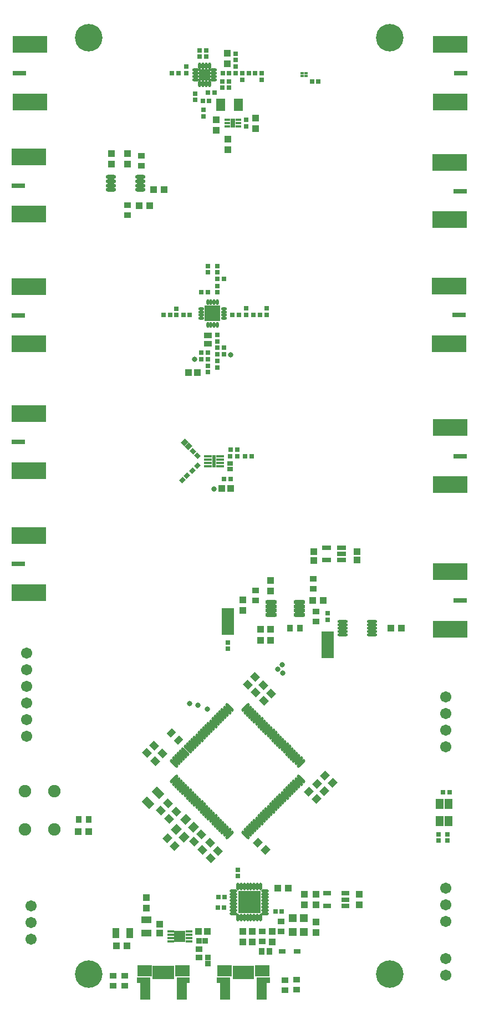
<source format=gts>
G04 Layer_Color=8388736*
%FSLAX44Y44*%
%MOMM*%
%TF.FileFunction,Soldermask,Top*%
%TF.Part,Single*%
G01*
G75*
%TA.AperFunction,SMDPad*%
%ADD97O,1.5532X0.6532*%
%TA.AperFunction,SMDPad*%
%ADD98O,1.5532X0.5032*%
%TA.AperFunction,SMDPad*%
%ADD99R,0.6532X2.0032*%
%TA.AperFunction,SMDPad*%
%ADD100R,2.2032X1.6532*%
%TA.AperFunction,SMDPad*%
%ADD101R,1.5032X3.4532*%
%TA.AperFunction,SMDPad*%
%ADD102R,0.7532X0.9032*%
%TA.AperFunction,SMDPad*%
%ADD103R,1.9532X4.1032*%
%TA.AperFunction,SMDPad*%
%ADD104R,1.2032X0.8032*%
%TA.AperFunction,SMDPad*%
%ADD105R,1.3532X0.8032*%
%TA.AperFunction,SMDPad*%
%ADD106R,1.1032X0.4532*%
%TA.AperFunction,SMDPad*%
%ADD107R,1.6932X1.8032*%
%TA.AperFunction,SMDPad*%
%ADD108R,1.1532X0.4532*%
%TA.AperFunction,SMDPad*%
%ADD109R,0.5832X1.9432*%
%TA.AperFunction,SMDPad*%
%ADD110R,0.7032X1.4632*%
%TA.AperFunction,SMDPad*%
%ADD111R,0.9032X0.4532*%
%TA.AperFunction,SMDPad*%
%ADD112R,1.1032X0.7032*%
%TA.AperFunction,SMDPad*%
%ADD113R,0.7532X0.8032*%
%TA.AperFunction,SMDPad*%
%ADD114O,0.9532X0.4532*%
%TA.AperFunction,SMDPad*%
%ADD115O,0.4532X0.9532*%
%TA.AperFunction,SMDPad*%
%ADD116R,2.4032X2.4032*%
%TA.AperFunction,SMDPad*%
%ADD117R,1.6532X1.6532*%
%TA.AperFunction,SMDPad*%
%ADD118O,0.4532X1.1032*%
%TA.AperFunction,SMDPad*%
%ADD119O,1.1032X0.4532*%
%TA.AperFunction,SMDPad*%
%ADD120R,3.5032X3.5032*%
%TA.AperFunction,SMDPad*%
%ADD121O,1.1532X0.4532*%
%TA.AperFunction,SMDPad*%
%ADD122O,0.4532X1.1532*%
%TA.AperFunction,SMDPad*%
%ADD123O,1.8032X0.6532*%
%TA.AperFunction,SMDPad*%
G04:AMPARAMS|DCode=124|XSize=0.5032mm|YSize=1.6532mm|CornerRadius=0mm|HoleSize=0mm|Usage=FLASHONLY|Rotation=45.000|XOffset=0mm|YOffset=0mm|HoleType=Round|Shape=Round|*
%AMOVALD124*
21,1,1.1500,0.5032,0.0000,0.0000,135.0*
1,1,0.5032,0.4066,-0.4066*
1,1,0.5032,-0.4066,0.4066*
%
%ADD124OVALD124*%

%TA.AperFunction,SMDPad*%
G04:AMPARAMS|DCode=125|XSize=0.5032mm|YSize=1.6532mm|CornerRadius=0mm|HoleSize=0mm|Usage=FLASHONLY|Rotation=135.000|XOffset=0mm|YOffset=0mm|HoleType=Round|Shape=Round|*
%AMOVALD125*
21,1,1.1500,0.5032,0.0000,0.0000,225.0*
1,1,0.5032,0.4066,0.4066*
1,1,0.5032,-0.4066,-0.4066*
%
%ADD125OVALD125*%

%TA.AperFunction,SMDPad*%
%ADD126R,1.2232X0.8432*%
%TA.AperFunction,SMDPad*%
%ADD127R,0.9732X1.0832*%
%TA.AperFunction,SMDPad*%
%ADD128R,0.7032X0.7432*%
%TA.AperFunction,SMDPad*%
%ADD129R,0.5032X0.4032*%
%TA.AperFunction,SMDPad*%
%ADD130R,1.1532X1.5532*%
%TA.AperFunction,SMDPad*%
G04:AMPARAMS|DCode=131|XSize=1.1532mm|YSize=1.2032mm|CornerRadius=0mm|HoleSize=0mm|Usage=FLASHONLY|Rotation=135.000|XOffset=0mm|YOffset=0mm|HoleType=Round|Shape=Rectangle|*
%AMROTATEDRECTD131*
4,1,4,0.8331,0.0177,-0.0177,-0.8331,-0.8331,-0.0177,0.0177,0.8331,0.8331,0.0177,0.0*
%
%ADD131ROTATEDRECTD131*%

%TA.AperFunction,SMDPad*%
%ADD132R,0.8232X0.8632*%
%TA.AperFunction,SMDPad*%
%ADD133R,1.3532X1.9532*%
%TA.AperFunction,SMDPad*%
%ADD134R,1.1032X1.1032*%
%TA.AperFunction,SMDPad*%
%ADD135R,0.7032X0.8032*%
%TA.AperFunction,SMDPad*%
%ADD136R,5.2832X2.6162*%
%TA.AperFunction,SMDPad*%
%ADD137R,2.1082X0.7112*%
%TA.AperFunction,SMDPad*%
%ADD138R,1.1032X1.6032*%
%TA.AperFunction,SMDPad*%
G04:AMPARAMS|DCode=139|XSize=1.6032mm|YSize=1.1032mm|CornerRadius=0mm|HoleSize=0mm|Usage=FLASHONLY|Rotation=315.000|XOffset=0mm|YOffset=0mm|HoleType=Round|Shape=Rectangle|*
%AMROTATEDRECTD139*
4,1,4,-0.9569,0.1768,-0.1768,0.9569,0.9569,-0.1768,0.1768,-0.9569,-0.9569,0.1768,0.0*
%
%ADD139ROTATEDRECTD139*%

%TA.AperFunction,SMDPad*%
%ADD140R,1.1032X0.9032*%
%TA.AperFunction,SMDPad*%
%ADD141R,1.1032X1.0032*%
%TA.AperFunction,SMDPad*%
%ADD142R,1.1532X1.2032*%
%TA.AperFunction,SMDPad*%
%ADD143R,0.8032X0.7532*%
%TA.AperFunction,SMDPad*%
%ADD144R,1.0032X1.1032*%
%TA.AperFunction,SMDPad*%
%ADD145R,1.1032X1.1032*%
%TA.AperFunction,SMDPad*%
%ADD146R,0.9032X1.1032*%
%TA.AperFunction,SMDPad*%
G04:AMPARAMS|DCode=147|XSize=0.7032mm|YSize=0.7432mm|CornerRadius=0mm|HoleSize=0mm|Usage=FLASHONLY|Rotation=135.000|XOffset=0mm|YOffset=0mm|HoleType=Round|Shape=Rectangle|*
%AMROTATEDRECTD147*
4,1,4,0.5114,0.0141,-0.0141,-0.5114,-0.5114,-0.0141,0.0141,0.5114,0.5114,0.0141,0.0*
%
%ADD147ROTATEDRECTD147*%

%TA.AperFunction,SMDPad*%
%ADD148R,0.8032X0.7032*%
%TA.AperFunction,SMDPad*%
G04:AMPARAMS|DCode=149|XSize=0.7032mm|YSize=0.8032mm|CornerRadius=0mm|HoleSize=0mm|Usage=FLASHONLY|Rotation=135.000|XOffset=0mm|YOffset=0mm|HoleType=Round|Shape=Rectangle|*
%AMROTATEDRECTD149*
4,1,4,0.5326,0.0354,-0.0354,-0.5326,-0.5326,-0.0354,0.0354,0.5326,0.5326,0.0354,0.0*
%
%ADD149ROTATEDRECTD149*%

%TA.AperFunction,SMDPad*%
%ADD150R,0.8632X0.8232*%
%TA.AperFunction,SMDPad*%
G04:AMPARAMS|DCode=151|XSize=0.7032mm|YSize=0.8032mm|CornerRadius=0mm|HoleSize=0mm|Usage=FLASHONLY|Rotation=45.000|XOffset=0mm|YOffset=0mm|HoleType=Round|Shape=Rectangle|*
%AMROTATEDRECTD151*
4,1,4,0.0354,-0.5326,-0.5326,0.0354,-0.0354,0.5326,0.5326,-0.0354,0.0354,-0.5326,0.0*
%
%ADD151ROTATEDRECTD151*%

%TA.AperFunction,SMDPad*%
G04:AMPARAMS|DCode=152|XSize=1.1032mm|YSize=1.0032mm|CornerRadius=0mm|HoleSize=0mm|Usage=FLASHONLY|Rotation=135.000|XOffset=0mm|YOffset=0mm|HoleType=Round|Shape=Rectangle|*
%AMROTATEDRECTD152*
4,1,4,0.7447,-0.0354,0.0354,-0.7447,-0.7447,0.0354,-0.0354,0.7447,0.7447,-0.0354,0.0*
%
%ADD152ROTATEDRECTD152*%

%TA.AperFunction,SMDPad*%
G04:AMPARAMS|DCode=153|XSize=1.1032mm|YSize=1.0032mm|CornerRadius=0mm|HoleSize=0mm|Usage=FLASHONLY|Rotation=225.000|XOffset=0mm|YOffset=0mm|HoleType=Round|Shape=Rectangle|*
%AMROTATEDRECTD153*
4,1,4,0.0354,0.7447,0.7447,0.0354,-0.0354,-0.7447,-0.7447,-0.0354,0.0354,0.7447,0.0*
%
%ADD153ROTATEDRECTD153*%

%TA.AperFunction,SMDPad*%
%ADD154R,1.0832X0.9732*%
%TA.AperFunction,SMDPad*%
%ADD155R,1.6032X1.1032*%
%TA.AperFunction,SMDPad*%
%ADD156R,0.7432X0.7032*%
%TA.AperFunction,SMDPad*%
G04:AMPARAMS|DCode=157|XSize=1.1032mm|YSize=0.9032mm|CornerRadius=0mm|HoleSize=0mm|Usage=FLASHONLY|Rotation=225.000|XOffset=0mm|YOffset=0mm|HoleType=Round|Shape=Rectangle|*
%AMROTATEDRECTD157*
4,1,4,0.0707,0.7094,0.7094,0.0707,-0.0707,-0.7094,-0.7094,-0.0707,0.0707,0.7094,0.0*
%
%ADD157ROTATEDRECTD157*%

%TA.AperFunction,SMDPad*%
%ADD158R,0.8732X0.7432*%
%TA.AperFunction,SMDPad*%
G04:AMPARAMS|DCode=159|XSize=0.8732mm|YSize=0.7432mm|CornerRadius=0mm|HoleSize=0mm|Usage=FLASHONLY|Rotation=45.000|XOffset=0mm|YOffset=0mm|HoleType=Round|Shape=Rectangle|*
%AMROTATEDRECTD159*
4,1,4,-0.0460,-0.5715,-0.5715,-0.0460,0.0460,0.5715,0.5715,0.0460,-0.0460,-0.5715,0.0*
%
%ADD159ROTATEDRECTD159*%

%TA.AperFunction,ViaPad*%
%ADD160O,1.0032X1.5032*%
%TA.AperFunction,ViaPad*%
%ADD161O,1.0032X1.4032*%
%TA.AperFunction,ViaPad*%
%ADD162C,1.9032*%
%TA.AperFunction,ViaPad*%
%ADD163C,1.7032*%
%TA.AperFunction,ConnectorPad*%
%ADD164C,4.2032*%
%TA.AperFunction,ViaPad*%
%ADD165C,0.8032*%
D97*
X153750Y1257400D02*
D03*
Y1250900D02*
D03*
Y1244400D02*
D03*
Y1237900D02*
D03*
X198250Y1257400D02*
D03*
Y1250900D02*
D03*
Y1244400D02*
D03*
Y1237900D02*
D03*
D98*
X507750Y578500D02*
D03*
Y573500D02*
D03*
Y568500D02*
D03*
Y563500D02*
D03*
Y558500D02*
D03*
X552250Y578500D02*
D03*
Y573500D02*
D03*
Y568500D02*
D03*
Y563500D02*
D03*
Y558500D02*
D03*
D99*
X349500Y43000D02*
D03*
X356000D02*
D03*
X343000D02*
D03*
X362500D02*
D03*
X369000D02*
D03*
X221000D02*
D03*
X227500D02*
D03*
X234000D02*
D03*
X240500D02*
D03*
X247000D02*
D03*
D100*
X385000Y45000D02*
D03*
X327000D02*
D03*
X263000D02*
D03*
X205000D02*
D03*
D101*
X384000Y18500D02*
D03*
X328000D02*
D03*
X262000D02*
D03*
X206000D02*
D03*
D102*
X393000Y31250D02*
D03*
X319000D02*
D03*
X271000D02*
D03*
X197000D02*
D03*
D103*
X332000Y579000D02*
D03*
X485000Y543000D02*
D03*
D104*
X511750Y144500D02*
D03*
Y154000D02*
D03*
Y163500D02*
D03*
X484250D02*
D03*
Y144500D02*
D03*
D105*
X506252Y672501D02*
D03*
Y682001D02*
D03*
Y691501D02*
D03*
X482752D02*
D03*
Y672501D02*
D03*
D106*
X245050Y105000D02*
D03*
Y100000D02*
D03*
Y95000D02*
D03*
Y90000D02*
D03*
X272950Y105000D02*
D03*
Y100000D02*
D03*
Y95000D02*
D03*
Y90000D02*
D03*
D107*
X259000Y97500D02*
D03*
D108*
X302050Y831000D02*
D03*
Y826000D02*
D03*
Y821000D02*
D03*
Y816000D02*
D03*
X320950Y831000D02*
D03*
Y826000D02*
D03*
Y821000D02*
D03*
Y816000D02*
D03*
D109*
X311500Y823500D02*
D03*
D110*
X340000Y1339500D02*
D03*
D111*
X331900Y1344500D02*
D03*
Y1339500D02*
D03*
Y1334500D02*
D03*
X348100Y1344500D02*
D03*
Y1339500D02*
D03*
Y1334500D02*
D03*
D112*
X415750Y75000D02*
D03*
X438250D02*
D03*
D113*
X654500Y253750D02*
D03*
Y244250D02*
D03*
X332000Y537250D02*
D03*
Y546750D02*
D03*
X344150Y1436430D02*
D03*
Y1445930D02*
D03*
X289150Y1450930D02*
D03*
Y1441430D02*
D03*
X324150Y1403430D02*
D03*
Y1393930D02*
D03*
X344150Y1425930D02*
D03*
Y1416430D02*
D03*
X299150Y1441430D02*
D03*
Y1450930D02*
D03*
X269150Y1416430D02*
D03*
Y1425930D02*
D03*
X334150Y1403430D02*
D03*
Y1393930D02*
D03*
X301500Y968750D02*
D03*
Y959250D02*
D03*
X316500Y966750D02*
D03*
Y976250D02*
D03*
Y1111750D02*
D03*
Y1121250D02*
D03*
X301500D02*
D03*
Y1111750D02*
D03*
X316500Y1081750D02*
D03*
Y1091250D02*
D03*
X254000Y1056250D02*
D03*
Y1046750D02*
D03*
X667500Y253750D02*
D03*
Y244250D02*
D03*
X347500Y190250D02*
D03*
Y199750D02*
D03*
D114*
X326250Y1041500D02*
D03*
Y1046500D02*
D03*
Y1051500D02*
D03*
Y1056500D02*
D03*
X291750D02*
D03*
Y1051500D02*
D03*
Y1046500D02*
D03*
Y1041500D02*
D03*
D115*
X316500Y1066250D02*
D03*
X311500D02*
D03*
X306500D02*
D03*
X301500D02*
D03*
Y1031750D02*
D03*
X306500D02*
D03*
X311500D02*
D03*
X316500D02*
D03*
D116*
X309000Y1049000D02*
D03*
D117*
X296650Y1413680D02*
D03*
D118*
X289150Y1427430D02*
D03*
X294150D02*
D03*
X299150D02*
D03*
X304150D02*
D03*
Y1399930D02*
D03*
X299150D02*
D03*
X294150D02*
D03*
X289150D02*
D03*
D119*
X310400Y1421180D02*
D03*
Y1416180D02*
D03*
Y1411180D02*
D03*
Y1406180D02*
D03*
X282900D02*
D03*
Y1411180D02*
D03*
Y1416180D02*
D03*
Y1421180D02*
D03*
D120*
X365000Y150000D02*
D03*
D121*
X388750Y167500D02*
D03*
Y162500D02*
D03*
Y157500D02*
D03*
Y152500D02*
D03*
Y147500D02*
D03*
Y142500D02*
D03*
Y137500D02*
D03*
Y132500D02*
D03*
X341250D02*
D03*
Y137500D02*
D03*
Y142500D02*
D03*
Y147500D02*
D03*
Y152500D02*
D03*
Y157500D02*
D03*
Y162500D02*
D03*
Y167500D02*
D03*
D122*
X382500Y126250D02*
D03*
X377500D02*
D03*
X372500D02*
D03*
X367500D02*
D03*
X362500D02*
D03*
X357500D02*
D03*
X352500D02*
D03*
X347500D02*
D03*
Y173750D02*
D03*
X352500D02*
D03*
X357500D02*
D03*
X362500D02*
D03*
X367500D02*
D03*
X372500D02*
D03*
X377500D02*
D03*
X382500D02*
D03*
D123*
X398750Y608250D02*
D03*
Y601750D02*
D03*
Y595250D02*
D03*
Y588750D02*
D03*
X441250Y608250D02*
D03*
Y601750D02*
D03*
Y595250D02*
D03*
Y588750D02*
D03*
D124*
X249915Y362295D02*
D03*
X253450Y365830D02*
D03*
X256986Y369366D02*
D03*
X260522Y372901D02*
D03*
X264057Y376437D02*
D03*
X267593Y379972D02*
D03*
X271128Y383508D02*
D03*
X274664Y387043D02*
D03*
X278199Y390579D02*
D03*
X281735Y394114D02*
D03*
X285270Y397650D02*
D03*
X288806Y401185D02*
D03*
X292341Y404721D02*
D03*
X295877Y408257D02*
D03*
X299412Y411792D02*
D03*
X302948Y415328D02*
D03*
X306483Y418863D02*
D03*
X310019Y422399D02*
D03*
X313554Y425934D02*
D03*
X317090Y429470D02*
D03*
X320626Y433005D02*
D03*
X324161Y436541D02*
D03*
X327697Y440076D02*
D03*
X331232Y443612D02*
D03*
X334768Y447147D02*
D03*
X444016Y337900D02*
D03*
X440480Y334364D02*
D03*
X436945Y330828D02*
D03*
X433409Y327293D02*
D03*
X429874Y323757D02*
D03*
X426338Y320222D02*
D03*
X422803Y316686D02*
D03*
X419267Y313151D02*
D03*
X415732Y309615D02*
D03*
X412196Y306080D02*
D03*
X408660Y302544D02*
D03*
X405125Y299009D02*
D03*
X401589Y295473D02*
D03*
X398054Y291938D02*
D03*
X394518Y288402D02*
D03*
X390983Y284867D02*
D03*
X387447Y281331D02*
D03*
X383912Y277795D02*
D03*
X380376Y274260D02*
D03*
X376841Y270724D02*
D03*
X373305Y267189D02*
D03*
X369770Y263653D02*
D03*
X366234Y260118D02*
D03*
X362698Y256582D02*
D03*
X359163Y253047D02*
D03*
D125*
Y447147D02*
D03*
X362698Y443612D02*
D03*
X366234Y440076D02*
D03*
X369770Y436541D02*
D03*
X373305Y433005D02*
D03*
X376841Y429470D02*
D03*
X380376Y425934D02*
D03*
X383912Y422399D02*
D03*
X387447Y418863D02*
D03*
X390983Y415328D02*
D03*
X394518Y411792D02*
D03*
X398054Y408257D02*
D03*
X401589Y404721D02*
D03*
X405125Y401185D02*
D03*
X408660Y397650D02*
D03*
X412196Y394114D02*
D03*
X415732Y390579D02*
D03*
X419267Y387043D02*
D03*
X422803Y383508D02*
D03*
X426338Y379972D02*
D03*
X429874Y376437D02*
D03*
X433409Y372901D02*
D03*
X436945Y369366D02*
D03*
X440480Y365830D02*
D03*
X444016Y362295D02*
D03*
X334768Y253047D02*
D03*
X331232Y256582D02*
D03*
X327697Y260118D02*
D03*
X324161Y263653D02*
D03*
X320626Y267189D02*
D03*
X317090Y270724D02*
D03*
X313554Y274260D02*
D03*
X310019Y277795D02*
D03*
X306483Y281331D02*
D03*
X302948Y284867D02*
D03*
X299412Y288402D02*
D03*
X295877Y291938D02*
D03*
X292341Y295473D02*
D03*
X288806Y299009D02*
D03*
X285270Y302544D02*
D03*
X281735Y306080D02*
D03*
X278199Y309615D02*
D03*
X274664Y313151D02*
D03*
X271128Y316686D02*
D03*
X267593Y320222D02*
D03*
X264057Y323757D02*
D03*
X260522Y327293D02*
D03*
X256986Y330828D02*
D03*
X253450Y334364D02*
D03*
X249915Y337900D02*
D03*
D126*
X301500Y1015400D02*
D03*
Y1002600D02*
D03*
D127*
X383850Y75000D02*
D03*
X396150D02*
D03*
D128*
X360000Y1046700D02*
D03*
Y1057300D02*
D03*
X316500Y1006200D02*
D03*
Y1016800D02*
D03*
D129*
X446000Y1411500D02*
D03*
Y1416000D02*
D03*
X452000Y1411500D02*
D03*
Y1416000D02*
D03*
D130*
X669575Y273500D02*
D03*
X655425D02*
D03*
X669575Y300500D02*
D03*
X655425D02*
D03*
D131*
X265295Y249334D02*
D03*
X253274Y261355D02*
D03*
X280144Y264184D02*
D03*
X268123Y276204D02*
D03*
D132*
X302000Y56600D02*
D03*
Y65400D02*
D03*
D133*
X321750Y1367500D02*
D03*
X348250D02*
D03*
D134*
X285750Y959000D02*
D03*
X272250D02*
D03*
X323250Y782000D02*
D03*
X336750D02*
D03*
X287250Y105500D02*
D03*
X300750D02*
D03*
D135*
X391500Y1046800D02*
D03*
Y1056800D02*
D03*
X360000Y1344500D02*
D03*
Y1334500D02*
D03*
X484750Y581500D02*
D03*
Y591500D02*
D03*
X354150Y1406180D02*
D03*
Y1416180D02*
D03*
X384150Y1406180D02*
D03*
Y1416180D02*
D03*
X282500Y1375000D02*
D03*
Y1385000D02*
D03*
X295000Y1350000D02*
D03*
Y1360000D02*
D03*
D136*
X670000Y1090815D02*
D03*
Y1003185D02*
D03*
X671500Y787435D02*
D03*
Y875065D02*
D03*
X28500Y710315D02*
D03*
Y622685D02*
D03*
X672000Y1372185D02*
D03*
Y1459815D02*
D03*
X671000Y1192185D02*
D03*
Y1279815D02*
D03*
X671500Y567185D02*
D03*
Y654815D02*
D03*
X28250Y1090065D02*
D03*
Y1002435D02*
D03*
X28500Y896565D02*
D03*
Y808935D02*
D03*
X30000Y1459815D02*
D03*
Y1372185D02*
D03*
X28500Y1288315D02*
D03*
Y1200685D02*
D03*
D137*
X685875Y1047000D02*
D03*
X687375Y831250D02*
D03*
X12625Y666500D02*
D03*
X687875Y1416000D02*
D03*
X686875Y1236000D02*
D03*
X687375Y611000D02*
D03*
X12375Y1046250D02*
D03*
X12625Y852750D02*
D03*
X14125Y1416000D02*
D03*
X12625Y1244500D02*
D03*
D138*
X182500Y103000D02*
D03*
X161500D02*
D03*
D139*
X225343Y316863D02*
D03*
X210494Y302014D02*
D03*
D140*
X385000Y105000D02*
D03*
Y90000D02*
D03*
X420000Y15500D02*
D03*
Y30500D02*
D03*
X200000Y1290000D02*
D03*
Y1275000D02*
D03*
X179000Y1199500D02*
D03*
Y1214500D02*
D03*
X467250Y579000D02*
D03*
Y594000D02*
D03*
X375000Y626000D02*
D03*
Y611000D02*
D03*
X175000Y37500D02*
D03*
Y22500D02*
D03*
X462500Y628500D02*
D03*
Y643500D02*
D03*
X157500Y22500D02*
D03*
Y37500D02*
D03*
X414000Y120500D02*
D03*
Y105500D02*
D03*
X437000Y31500D02*
D03*
Y16500D02*
D03*
D141*
X331650Y1446680D02*
D03*
Y1430680D02*
D03*
X467000Y120000D02*
D03*
Y104000D02*
D03*
X332500Y1315000D02*
D03*
Y1299000D02*
D03*
X375000Y1347500D02*
D03*
Y1331500D02*
D03*
X315000Y1345000D02*
D03*
Y1329000D02*
D03*
X397500Y625500D02*
D03*
Y641500D02*
D03*
X155000Y1277000D02*
D03*
Y1293000D02*
D03*
X355000Y595500D02*
D03*
Y611500D02*
D03*
X179000Y1293000D02*
D03*
Y1277000D02*
D03*
X467000Y162000D02*
D03*
Y146000D02*
D03*
X533000Y162000D02*
D03*
Y146000D02*
D03*
X208000Y157000D02*
D03*
Y141000D02*
D03*
X370000Y89500D02*
D03*
Y105500D02*
D03*
X449000Y162000D02*
D03*
Y146000D02*
D03*
X400000Y89500D02*
D03*
Y105500D02*
D03*
X355000Y89500D02*
D03*
Y105500D02*
D03*
D142*
X431500Y125500D02*
D03*
X448500D02*
D03*
X431500Y104500D02*
D03*
X448500D02*
D03*
D143*
X405250Y136000D02*
D03*
X414750D02*
D03*
X470750Y1403000D02*
D03*
X461250D02*
D03*
X327250Y157500D02*
D03*
X317750D02*
D03*
X326750Y142000D02*
D03*
X317250D02*
D03*
X333900Y1416180D02*
D03*
X324400D02*
D03*
X256750Y1416000D02*
D03*
X247250D02*
D03*
X373900Y1416180D02*
D03*
X364400D02*
D03*
X311750Y1386000D02*
D03*
X302250D02*
D03*
X303750Y1374000D02*
D03*
X294250D02*
D03*
X273750Y1046500D02*
D03*
X264250D02*
D03*
X670750Y318000D02*
D03*
X661250D02*
D03*
D144*
X213000Y1214000D02*
D03*
X197000D02*
D03*
X581500Y568500D02*
D03*
X597500D02*
D03*
X382000Y567000D02*
D03*
X398000D02*
D03*
Y549500D02*
D03*
X382000D02*
D03*
X478000Y611000D02*
D03*
X462000D02*
D03*
X235000Y1238250D02*
D03*
X219000D02*
D03*
X120000Y258000D02*
D03*
X104000D02*
D03*
X178000Y83000D02*
D03*
X162000D02*
D03*
X425000Y171500D02*
D03*
X409000D02*
D03*
D145*
X464000Y685250D02*
D03*
Y671750D02*
D03*
X530000Y672250D02*
D03*
Y685750D02*
D03*
X228000Y102750D02*
D03*
Y116250D02*
D03*
D146*
X442500Y568500D02*
D03*
X427500D02*
D03*
X104500Y276000D02*
D03*
X119500D02*
D03*
D147*
X278302Y809202D02*
D03*
X285798Y816698D02*
D03*
D148*
X358500Y831250D02*
D03*
X368500D02*
D03*
X336500Y796000D02*
D03*
X326500D02*
D03*
X346500Y841000D02*
D03*
X336500D02*
D03*
X291500Y979000D02*
D03*
X301500D02*
D03*
X301500Y989000D02*
D03*
X291500D02*
D03*
X326500Y996500D02*
D03*
X316500D02*
D03*
X316500Y986500D02*
D03*
X326500D02*
D03*
X326500Y1101500D02*
D03*
X316500D02*
D03*
X291500Y1081500D02*
D03*
X301500D02*
D03*
X244000Y1046500D02*
D03*
X234000D02*
D03*
X349000Y1046800D02*
D03*
X339000D02*
D03*
D149*
X262964Y794414D02*
D03*
X270036Y801486D02*
D03*
D150*
X297400Y91000D02*
D03*
X288600D02*
D03*
D151*
X286071Y831429D02*
D03*
X279000Y838500D02*
D03*
D152*
X221100Y365653D02*
D03*
X232414Y376967D02*
D03*
X374896Y469952D02*
D03*
X386210Y481265D02*
D03*
X398584Y468891D02*
D03*
X387270Y457577D02*
D03*
X208726Y378028D02*
D03*
X220040Y389342D02*
D03*
X373835Y493640D02*
D03*
X362522Y482326D02*
D03*
X253627Y288579D02*
D03*
X242314Y277265D02*
D03*
X241253Y300953D02*
D03*
X229939Y289639D02*
D03*
X291657Y253657D02*
D03*
X280343Y242343D02*
D03*
X293579Y229535D02*
D03*
X304893Y240849D02*
D03*
X317267Y228475D02*
D03*
X305953Y217161D02*
D03*
D153*
X492276Y332066D02*
D03*
X480962Y343380D02*
D03*
X239839Y247213D02*
D03*
X251152Y235899D02*
D03*
X479901Y319692D02*
D03*
X468588Y331005D02*
D03*
X378432Y240849D02*
D03*
X389745Y229535D02*
D03*
X467527Y307317D02*
D03*
X456213Y318631D02*
D03*
D154*
X288000Y78150D02*
D03*
Y65850D02*
D03*
D155*
X208000Y102500D02*
D03*
Y123500D02*
D03*
D156*
X336200Y831000D02*
D03*
X346800D02*
D03*
X371200Y1046800D02*
D03*
X381800D02*
D03*
D157*
X256809Y397827D02*
D03*
X246203Y408433D02*
D03*
D158*
X336000Y811700D02*
D03*
Y820300D02*
D03*
D159*
X272041Y845959D02*
D03*
X265959Y852040D02*
D03*
D160*
X384100Y14700D02*
D03*
X328000D02*
D03*
X262100D02*
D03*
X206000D02*
D03*
D161*
X331800Y45000D02*
D03*
X380300D02*
D03*
X209800D02*
D03*
X258300D02*
D03*
D162*
X67500Y320000D02*
D03*
X22500Y261000D02*
D03*
Y320000D02*
D03*
X67500Y261000D02*
D03*
D163*
X25000Y530400D02*
D03*
Y505000D02*
D03*
Y479600D02*
D03*
Y403400D02*
D03*
Y428800D02*
D03*
Y454200D02*
D03*
X665000Y463400D02*
D03*
Y438000D02*
D03*
Y412600D02*
D03*
Y387200D02*
D03*
X32000Y93600D02*
D03*
Y119000D02*
D03*
Y144400D02*
D03*
X665000Y64000D02*
D03*
Y38600D02*
D03*
Y120600D02*
D03*
Y146000D02*
D03*
Y171400D02*
D03*
D164*
X120000Y1470000D02*
D03*
X580000D02*
D03*
X120000Y40000D02*
D03*
X580000D02*
D03*
D165*
X309000Y1049000D02*
D03*
X409000Y506000D02*
D03*
X301000Y445000D02*
D03*
X273747Y453747D02*
D03*
X286873Y450873D02*
D03*
X416000Y500000D02*
D03*
X415000Y513000D02*
D03*
X282000Y979000D02*
D03*
X337000Y986000D02*
D03*
X311000Y781000D02*
D03*
%TF.MD5,B678E2CEF8EA6321EB50FAC4294801B3*%
M02*

</source>
